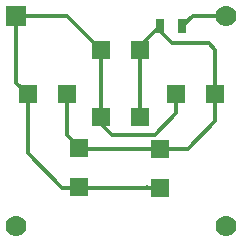
<source format=gbr>
G04 #@! TF.FileFunction,Copper,L2,Bot,Signal*
%FSLAX46Y46*%
G04 Gerber Fmt 4.6, Leading zero omitted, Abs format (unit mm)*
G04 Created by KiCad (PCBNEW 4.0.7-e2-6376~61~ubuntu18.04.1) date Fri Aug 17 14:47:14 2018*
%MOMM*%
%LPD*%
G01*
G04 APERTURE LIST*
%ADD10C,0.100000*%
%ADD11R,1.500000X1.500000*%
%ADD12R,1.778000X1.778000*%
%ADD13C,1.778000*%
%ADD14R,0.700000X1.300000*%
%ADD15C,0.300000*%
G04 APERTURE END LIST*
D10*
D11*
X151820400Y-110666800D03*
X151820400Y-107366800D03*
X144962400Y-110616000D03*
X144962400Y-107316000D03*
X153167600Y-102768400D03*
X156467600Y-102768400D03*
X146817600Y-104698800D03*
X150117600Y-104698800D03*
X146817600Y-99009200D03*
X150117600Y-99009200D03*
X140569200Y-102768400D03*
X143869200Y-102768400D03*
D12*
X139611100Y-96113600D03*
D13*
X157391100Y-96113600D03*
X139611100Y-113893600D03*
X157391100Y-113893600D03*
D14*
X151775000Y-97000000D03*
X153675000Y-97000000D03*
D15*
X144962400Y-107316000D02*
X144962400Y-107289600D01*
X144962400Y-107289600D02*
X144149600Y-106476800D01*
X144149600Y-106476800D02*
X144149600Y-106503200D01*
X152836400Y-98450400D02*
X151775000Y-97389000D01*
X155935200Y-98450400D02*
X152836400Y-98450400D01*
X156467600Y-98982800D02*
X155935200Y-98450400D01*
X151775000Y-97389000D02*
X151775000Y-97000000D01*
X156467600Y-105030000D02*
X156467600Y-98982800D01*
X151775000Y-97000000D02*
X150117600Y-98657400D01*
X154130800Y-107366800D02*
X156467600Y-105030000D01*
X150117600Y-99009200D02*
X150117600Y-104089200D01*
X150117600Y-98657400D02*
X150117600Y-99009200D01*
X156467600Y-102768400D02*
X156467600Y-105030000D01*
X143869200Y-106222800D02*
X144149600Y-106503200D01*
X144149600Y-106503200D02*
X145013200Y-107366800D01*
X151058400Y-107366800D02*
X145013200Y-107366800D01*
X151058400Y-107366800D02*
X154130800Y-107366800D01*
X143869200Y-102768400D02*
X143869200Y-106222800D01*
X151820400Y-110666800D02*
X150727200Y-110666800D01*
X150702800Y-110642400D02*
X150702800Y-110666800D01*
X150727200Y-110666800D02*
X150702800Y-110642400D01*
X144962400Y-110616000D02*
X144328400Y-110616000D01*
X144328400Y-110616000D02*
X144277600Y-110666800D01*
X144277600Y-110666800D02*
X144962400Y-110616000D01*
X140569200Y-107722400D02*
X140569200Y-102768400D01*
X140569200Y-102768400D02*
X139611100Y-101810300D01*
X143513600Y-110666800D02*
X140569200Y-107722400D01*
X151058400Y-110666800D02*
X150702800Y-110666800D01*
X150702800Y-110666800D02*
X145927600Y-110666800D01*
X145927600Y-110666800D02*
X143513600Y-110666800D01*
X146817600Y-104089200D02*
X146817600Y-105284000D01*
X147705600Y-106172000D02*
X146817600Y-105284000D01*
X151363200Y-106172000D02*
X147705600Y-106172000D01*
X153167600Y-102768400D02*
X153167600Y-104367600D01*
X153167600Y-104367600D02*
X151363200Y-106172000D01*
X146817600Y-105284000D02*
X146817600Y-99009200D01*
X146817600Y-99009200D02*
X143922000Y-96113600D01*
X139611100Y-101810300D02*
X139611100Y-96113600D01*
X143922000Y-96113600D02*
X139611100Y-96113600D01*
X153675000Y-97000000D02*
X154561400Y-96113600D01*
X154561400Y-96113600D02*
X157391100Y-96113600D01*
M02*

</source>
